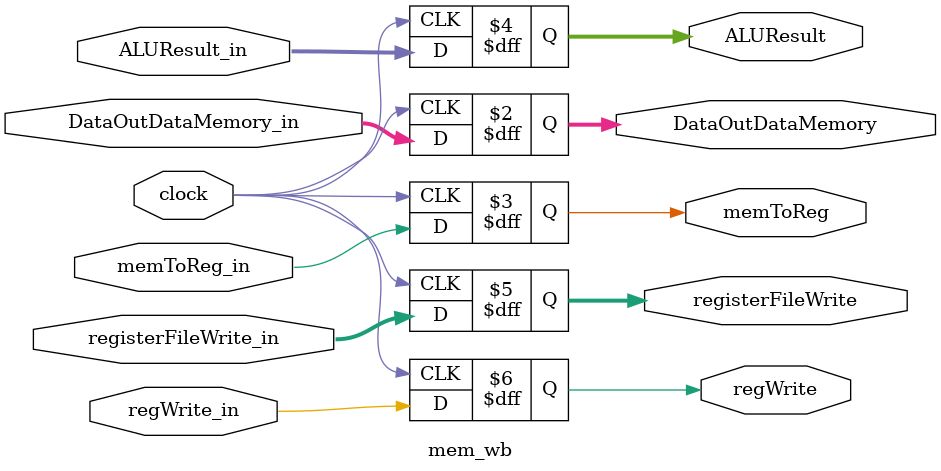
<source format=v>
module mem_wb(clock,
	DataOutDataMemory_in,
	memToReg_in,
	ALUResult_in,
	registerFileWrite_in,
	regWrite_in,
	DataOutDataMemory,
	memToReg,
	ALUResult,
	registerFileWrite,
	regWrite
);

input clock;
input [31:0] DataOutDataMemory_in;
input memToReg_in;
input [31:0] ALUResult_in;
input [3:0] registerFileWrite_in;
input regWrite_in;
output reg [31:0] DataOutDataMemory;
output reg memToReg;
output reg [31:0] ALUResult;
output reg [3:0] registerFileWrite;
output reg regWrite;

always @(negedge clock) begin
	DataOutDataMemory = DataOutDataMemory_in;
	memToReg = memToReg_in;
	ALUResult = ALUResult_in;
	registerFileWrite = registerFileWrite_in;
	regWrite = regWrite_in;
end

endmodule
</source>
